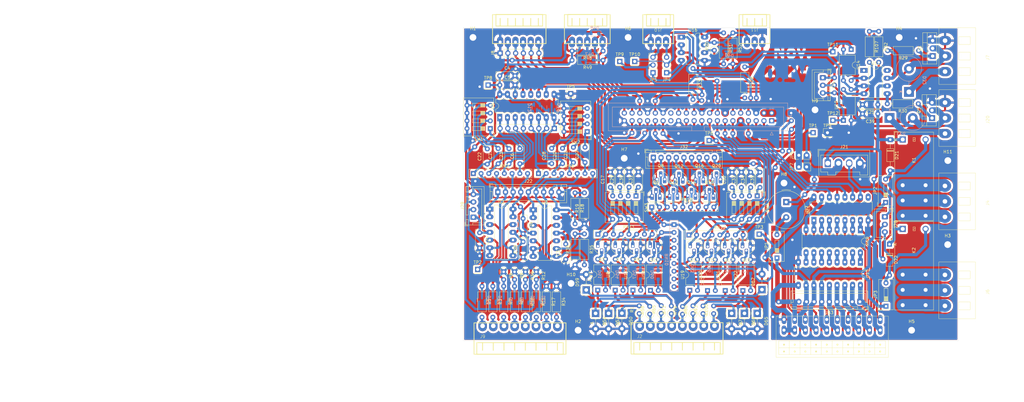
<source format=kicad_pcb>
(kicad_pcb
	(version 20240108)
	(generator "pcbnew")
	(generator_version "8.0")
	(general
		(thickness 1.6)
		(legacy_teardrops no)
	)
	(paper "A4")
	(layers
		(0 "F.Cu" signal)
		(1 "In1.Cu" signal)
		(2 "In2.Cu" signal)
		(31 "B.Cu" signal)
		(32 "B.Adhes" user "B.Adhesive")
		(33 "F.Adhes" user "F.Adhesive")
		(34 "B.Paste" user)
		(35 "F.Paste" user)
		(36 "B.SilkS" user "B.Silkscreen")
		(37 "F.SilkS" user "F.Silkscreen")
		(38 "B.Mask" user)
		(39 "F.Mask" user)
		(40 "Dwgs.User" user "User.Drawings")
		(41 "Cmts.User" user "User.Comments")
		(42 "Eco1.User" user "User.Eco1")
		(43 "Eco2.User" user "User.Eco2")
		(44 "Edge.Cuts" user)
		(45 "Margin" user)
		(46 "B.CrtYd" user "B.Courtyard")
		(47 "F.CrtYd" user "F.Courtyard")
		(48 "B.Fab" user)
		(49 "F.Fab" user)
		(50 "User.1" user)
		(51 "User.2" user)
		(52 "User.3" user)
		(53 "User.4" user)
		(54 "User.5" user)
		(55 "User.6" user)
		(56 "User.7" user)
		(57 "User.8" user)
		(58 "User.9" user)
	)
	(setup
		(stackup
			(layer "F.SilkS"
				(type "Top Silk Screen")
			)
			(layer "F.Paste"
				(type "Top Solder Paste")
			)
			(layer "F.Mask"
				(type "Top Solder Mask")
				(thickness 0.01)
			)
			(layer "F.Cu"
				(type "copper")
				(thickness 0.035)
			)
			(layer "dielectric 1"
				(type "prepreg")
				(thickness 0.1)
				(material "FR4")
				(epsilon_r 4.5)
				(loss_tangent 0.02)
			)
			(layer "In1.Cu"
				(type "copper")
				(thickness 0.035)
			)
			(layer "dielectric 2"
				(type "core")
				(thickness 1.24)
				(material "FR4")
				(epsilon_r 4.5)
				(loss_tangent 0.02)
			)
			(layer "In2.Cu"
				(type "copper")
				(thickness 0.035)
			)
			(layer "dielectric 3"
				(type "prepreg")
				(thickness 0.1)
				(material "FR4")
				(epsilon_r 4.5)
				(loss_tangent 0.02)
			)
			(layer "B.Cu"
				(type "copper")
				(thickness 0.035)
			)
			(layer "B.Mask"
				(type "Bottom Solder Mask")
				(thickness 0.01)
			)
			(layer "B.Paste"
				(type "Bottom Solder Paste")
			)
			(layer "B.SilkS"
				(type "Bottom Silk Screen")
				(color "Red")
			)
			(copper_finish "None")
			(dielectric_constraints no)
		)
		(pad_to_mask_clearance 0)
		(allow_soldermask_bridges_in_footprints no)
		(pcbplotparams
			(layerselection 0x0001000_fffffff9)
			(plot_on_all_layers_selection 0x0000000_00000000)
			(disableapertmacros no)
			(usegerberextensions no)
			(usegerberattributes no)
			(usegerberadvancedattributes yes)
			(creategerberjobfile yes)
			(dashed_line_dash_ratio 12.000000)
			(dashed_line_gap_ratio 3.000000)
			(svgprecision 4)
			(plotframeref no)
			(viasonmask no)
			(mode 1)
			(useauxorigin no)
			(hpglpennumber 1)
			(hpglpenspeed 20)
			(hpglpendiameter 15.000000)
			(pdf_front_fp_property_popups yes)
			(pdf_back_fp_property_popups yes)
			(dxfpolygonmode yes)
			(dxfimperialunits yes)
			(dxfusepcbnewfont yes)
			(psnegative no)
			(psa4output no)
			(plotreference no)
			(plotvalue no)
			(plotfptext no)
			(plotinvisibletext no)
			(sketchpadsonfab no)
			(subtractmaskfromsilk no)
			(outputformat 1)
			(mirror no)
			(drillshape 0)
			(scaleselection 1)
			(outputdirectory "export/")
		)
	)
	(net 0 "")
	(net 1 "+5V")
	(net 2 "/Buzzer")
	(net 3 "GND")
	(net 4 "+3V3")
	(net 5 "/ADC_CH3")
	(net 6 "/ADC_CH1")
	(net 7 "+12V")
	(net 8 "/Dig-IN_1")
	(net 9 "-5V")
	(net 10 "/ADC_CH5")
	(net 11 "/ADC_CH6")
	(net 12 "/ADC_CH0")
	(net 13 "/ADC_CH2")
	(net 14 "/ADC_CH7")
	(net 15 "/ADC_CH4")
	(net 16 "/Dig-IN_2")
	(net 17 "/Dig-IN_3")
	(net 18 "/Dig-IN_4")
	(net 19 "/Dig-IN_5")
	(net 20 "/Dig-IN_6")
	(net 21 "/Dig-IN_7")
	(net 22 "/Dig-IN_8")
	(net 23 "OUT_Digital_1_open-drain")
	(net 24 "Net-(U3C-+)")
	(net 25 "Net-(U3D-+)")
	(net 26 "IN_Analog_6 (0-20mA)")
	(net 27 "IN_Analog_7 (0-20mA)")
	(net 28 "Net-(U9B-+)")
	(net 29 "/OUT_PWM_1_diode")
	(net 30 "/OUT_PWM_2_diode")
	(net 31 "Net-(U9A-+)")
	(net 32 "OUT_Digital_2_open-drain")
	(net 33 "OUT_Digital_3_open-drain")
	(net 34 "OUT_Digital_4_open-drain")
	(net 35 "OUT_Digital_5_open-drain")
	(net 36 "Net-(U3A-+)")
	(net 37 "I2C_SDA")
	(net 38 "RS485_B")
	(net 39 "RS485_A")
	(net 40 "Net-(D50-A1)")
	(net 41 "Net-(D51-A)")
	(net 42 "Net-(D53-A1)")
	(net 43 "Net-(D54-A)")
	(net 44 "Net-(D56-A1)")
	(net 45 "Net-(D57-A)")
	(net 46 "Net-(D59-A1)")
	(net 47 "Net-(D60-A)")
	(net 48 "Net-(D62-A1)")
	(net 49 "Net-(D63-A)")
	(net 50 "Net-(D65-A1)")
	(net 51 "Net-(D66-A)")
	(net 52 "Net-(D68-A1)")
	(net 53 "Net-(D69-A)")
	(net 54 "Net-(D71-A1)")
	(net 55 "Net-(D72-A)")
	(net 56 "unconnected-(J1-ID_SD{slash}GPIO0-Pad27)")
	(net 57 "/SPI_CE0_ADC")
	(net 58 "Net-(J1-3V3-Pad1)")
	(net 59 "/SPI0_miso_ADC")
	(net 60 "/UART_DIR-T")
	(net 61 "/SPI0_mosi_ADC")
	(net 62 "/SPI0_sclk_ADC")
	(net 63 "/UART_TX")
	(net 64 "/SPI1_miso_FREE")
	(net 65 "/SR-OUT_latch")
	(net 66 "/SPI1_mosi_FREE")
	(net 67 "/SR-OUT_clock")
	(net 68 "/SR-OUT_data")
	(net 69 "unconnected-(J1-ID_SC{slash}GPIO1-Pad28)")
	(net 70 "/SPI1_CE_FREE")
	(net 71 "/UART_RX")
	(net 72 "/OUT_PWM_2")
	(net 73 "/SPI1_sclk_FREE")
	(net 74 "/OUT_PWM_1")
	(net 75 "IN_Digital_8")
	(net 76 "IN_Digital_5")
	(net 77 "IN_Digital_2")
	(net 78 "IN_Digital_3")
	(net 79 "IN_Digital_4")
	(net 80 "IN_Digital_6")
	(net 81 "IN_Digital_7")
	(net 82 "IN_Digital_1")
	(net 83 "OUT_Digital_8")
	(net 84 "OUT_Digital_7_open-drain")
	(net 85 "OUT_Digital_2")
	(net 86 "OUT_Digital_4")
	(net 87 "OUT_Digital_5")
	(net 88 "OUT_Digital_6")
	(net 89 "OUT_Digital_3")
	(net 90 "OUT_Digital_7")
	(net 91 "OUT_Digital_8_open-drain")
	(net 92 "OUT_Digital_1")
	(net 93 "OUT_Digital_6_open-drain")
	(net 94 "Net-(J4-Pin_1)")
	(net 95 "Net-(J4-Pin_2)")
	(net 96 "Net-(J4-Pin_3)")
	(net 97 "OUT_Digital_COM_open-drain")
	(net 98 "Net-(J6-Pin_1)")
	(net 99 "Net-(J6-Pin_3)")
	(net 100 "Net-(J6-Pin_2)")
	(net 101 "IN_Analog_1 (0-3.3V)")
	(net 102 "IN_Analog_5 (0-24V)")
	(net 103 "IN_Analog_4 (0-12V)")
	(net 104 "IN_Analog_2 (0-5V)")
	(net 105 "IN_Analog_0 (0-3.3V)")
	(net 106 "IN_Analog_3 (0-5V)")
	(net 107 "Net-(Q1-G)")
	(net 108 "Net-(Q2-G)")
	(net 109 "Net-(Q2-D)")
	(net 110 "Net-(Q5-G)")
	(net 111 "Net-(C17-Pad1)")
	(net 112 "Net-(Q7-G)")
	(net 113 "Net-(Q7-D)")
	(net 114 "Net-(C29-Pad1)")
	(net 115 "Net-(Q9-G)")
	(net 116 "Net-(C30-Pad1)")
	(net 117 "Net-(Q10-G)")
	(net 118 "Net-(Q11-D)")
	(net 119 "Net-(Q11-G)")
	(net 120 "Net-(C31-Pad1)")
	(net 121 "Net-(Q13-G)")
	(net 122 "Net-(Q13-D)")
	(net 123 "Net-(C32-Pad1)")
	(net 124 "Net-(Q15-D)")
	(net 125 "Net-(Q15-G)")
	(net 126 "Net-(C33-Pad1)")
	(net 127 "Net-(Q17-G)")
	(net 128 "Net-(Q17-D)")
	(net 129 "Net-(C34-Pad1)")
	(net 130 "Net-(Q19-D)")
	(net 131 "Net-(Q19-G)")
	(net 132 "Net-(C35-Pad1)")
	(net 133 "Net-(U9C--)")
	(net 134 "Net-(U12-~{OUTA})")
	(net 135 "Net-(U12-~{OUTB})")
	(net 136 "Net-(U12-INB)")
	(net 137 "Net-(R33-Pad1)")
	(net 138 "Net-(U9D--)")
	(net 139 "Net-(U12-INA)")
	(net 140 "Net-(R108-Pad1)")
	(net 141 "unconnected-(U2-QH'-Pad9)")
	(net 142 "unconnected-(U12-NC-Pad8)")
	(net 143 "unconnected-(U12-NC-Pad1)")
	(net 144 "Net-(U3B-+)")
	(net 145 "/LED_analog-CH6")
	(net 146 "/LED_analog-CH2")
	(net 147 "/LED_analog-CH7")
	(net 148 "/LED_analog-CH5")
	(net 149 "/LED_analog-CH0")
	(net 150 "/LED_analog-CH1")
	(net 151 "/LED_analog-CH3")
	(net 152 "/LED_analog-CH4")
	(net 153 "/LED_digital-out_2")
	(net 154 "/LED_digital-out_8")
	(net 155 "/LED_digital-out_6")
	(net 156 "/LED_digital-out_5")
	(net 157 "/LED_digital-out_4")
	(net 158 "/LED_digital-out_7")
	(net 159 "/LED_digital-out_1")
	(net 160 "/LED_digital-out_3")
	(net 161 "/LED_relay-1")
	(net 162 "/LED_PWM-1")
	(net 163 "/LED_PWM-2")
	(net 164 "/LED_relay-2")
	(net 165 "Net-(RN9-R2.2)")
	(net 166 "Net-(RN9-R8.2)")
	(net 167 "Net-(RN9-R7.2)")
	(net 168 "Net-(RN9-R5.2)")
	(net 169 "Net-(RN9-R1.2)")
	(net 170 "Net-(RN9-R6.2)")
	(net 171 "Net-(RN9-R3.2)")
	(net 172 "Net-(RN9-R4.2)")
	(net 173 "/DIP_EN-Filter-ADC3")
	(net 174 "/DIP_EN-Filter-ADC1")
	(net 175 "/DIP_EN-Filter-ADC5")
	(net 176 "/DIP_EN-Filter-ADC6")
	(net 177 "/DIP_EN-Filter-ADC0")
	(net 178 "/DIP_EN-Filter-ADC2")
	(net 179 "/DIP_EN-Filter-ADC7")
	(net 180 "/DIP_EN-Filter-ADC4")
	(net 181 "I2C_SCL")
	(net 182 "Net-(J10-Pin_2)")
	(net 183 "Net-(J10-Pin_1)")
	(net 184 "Net-(JP4-A)")
	(net 185 "Net-(JP5-A)")
	(net 186 "Net-(JP6-A)")
	(net 187 "+5VP")
	(net 188 "+3V3P")
	(footprint "Connector_JST:JST_XH_B9B-XH-A_1x09_P2.50mm_Vertical" (layer "F.Cu") (at 98.7044 69.9008))
	(footprint "Resistor_THT:R_Axial_DIN0207_L6.3mm_D2.5mm_P2.54mm_Vertical" (layer "F.Cu") (at 118.646 34.699 90))
	(footprint "Button_Switch_THT:SW_DIP_SPSTx04_Slide_9.78x12.34mm_W7.62mm_P2.54mm" (layer "F.Cu") (at 45.2845 60.36 180))
	(footprint "Package_TO_SOT_THT:TO-92_HandSolder" (layer "F.Cu") (at 98.2726 82.4186))
	(footprint "Package_DIP:DIP-4_W10.16mm" (layer "F.Cu") (at 160.932 57.706 90))
	(footprint "Button_Switch_THT:SW_DIP_SPSTx01_Slide_9.78x4.72mm_W7.62mm_P2.54mm" (layer "F.Cu") (at 139.161 102.7965 90))
	(footprint "Relay_THT:Relay_SPDT_Omron_G2RL-1-E" (layer "F.Cu") (at 180.34 63.947))
	(footprint "Resistor_THT:R_Axial_DIN0207_L6.3mm_D2.5mm_P10.16mm_Horizontal" (layer "F.Cu") (at 66.957 112.0587 -90))
	(footprint "Package_DIP:DIP-8_W7.62mm_LongPads" (layer "F.Cu") (at 107.851 30.381))
	(footprint "Diode_THT:D_DO-15_P5.08mm_Vertical_AnodeUp" (layer "F.Cu") (at 76.708 113.284 90))
	(footprint "custom-footprints1:WAGO 713-1430 MINI HD Stiftleiste gewinkelt 2x10-polig, RM 3,5" (layer "F.Cu") (at 157.223 127.461))
	(footprint "Resistor_THT:R_Array_SIP8" (layer "F.Cu") (at 80.536 95.01305))
	(footprint "Resistor_THT:R_Axial_DIN0207_L6.3mm_D2.5mm_P10.16mm_Horizontal" (layer "F.Cu") (at 60.353 112.0587 -90))
	(footprint "Capacitor_THT:C_Disc_D7.0mm_W2.5mm_P5.00mm" (layer "F.Cu") (at 41.811 94.516 -90))
	(footprint "Package_DIP:DIP-4_W10.16mm" (layer "F.Cu") (at 86.2052 113.37185 90))
	(footprint "Capacitor_THT:C_Disc_D7.0mm_W2.5mm_P5.00mm" (layer "F.Cu") (at 47.867 71.899685 90))
	(footprint "Capacitor_THT:C_Disc_D7.0mm_W2.5mm_P5.00mm" (layer "F.Cu") (at 124.46 79.66335 90))
	(footprint "Capacitor_THT:C_Disc_D7.0mm_W2.5mm_P5.00mm" (layer "F.Cu") (at 93.7722 79.58085 90))
	(footprint "custom-footprints1:MountingHole_2.2mm_NPTH-with-pad" (layer "F.Cu") (at 195.1228 70.866))
	(footprint "custom-footprints1:MountingHole_2.2mm_NPTH-with-pad" (layer "F.Cu") (at 141.478 78.232))
	(footprint "Capacitor_THT:C_Disc_D7.0mm_W2.5mm_P5.00mm" (layer "F.Cu") (at 87.6762 79.58085 90))
	(footprint "Resistor_THT:R_Axial_DIN0207_L6.3mm_D2.5mm_P2.54mm_Vertical" (layer "F.Cu") (at 108.2574 121.2404 90))
	(footprint "Package_DIP:DIP-4_W10.16mm" (layer "F.Cu") (at 116.4412 113.47785 90))
	(footprint "Capacitor_THT:C_Disc_D7.0mm_W2.5mm_P5.00mm" (layer "F.Cu") (at 68.949 71.842 90))
	(footprint "Package_TO_SOT_THT:TO-92_HandSolder" (layer "F.Cu") (at 100.203 98.933 180))
	(footprint "Connector_JST:JST_XH_B4B-XH-A_1x04_P2.50mm_Vertical" (layer "F.Cu") (at 39.762 89.436 90))
	(footprint "Resistor_THT:R_Axial_DIN0207_L6.3mm_D2.5mm_P2.54mm_Vertical" (layer "F.Cu") (at 114.963 121.059 90))
	(footprint "Resistor_THT:R_Axial_DIN0207_L6.3mm_D2.5mm_P10.16mm_Horizontal" (layer "F.Cu") (at 185.448 52.225 180))
	(footprint "Resistor_THT:R_Axial_DIN0207_L6.3mm_D2.5mm_P10.16mm_Horizontal"
		(layer "F.Cu")
		(uuid "22560aed-cde0-4746-90bf-93e3d8c73d7b")
		(at 172.494 28.476 -90)
		(descr "Resistor, Axial_DIN0207 series, Axial, Horizontal, pin pitch=10.16mm, 0.25W = 1/4W, length*diameter=6.3*2.5mm^2, http://cdn-reichelt.de/documents/datenblatt/B400/1_4W%23YAG.pdf")
		(tags "Resistor Axial_DIN0207 series Axial Horizontal pin pitch 10.16mm 0.25W = 1/4W length 6.3mm diameter 2.5mm")
		(property "Reference" "R32"
			(at 5.08 -2.37 90)
			(layer "F.SilkS")
			(uuid "0a01a3ed-965c-4ffe-9176-fb37f60e9999")
			(effects
				(font
					(size 1 1)
					(thickness 0.15)
				)
			)
		)
		(property "Value" "4k7"
			(at 5.08 2.37 90)
			(layer "F.Fab")
			(uuid "5b2ed4ef-926b-44bc-ad59-a57667214a5a")
			(effects
				(font
					(size 1 1)
					(thickness 0.15)
				)
			)
		)
		(property "Footprint" "Resistor_THT:R_Axial_DIN0207_L6.3mm_D2.5mm_P10.16mm_Horizontal"
			(at 0 0 -90)
			(unlocked yes)
			(layer "F.Fab")
			(hide yes)
			(uuid "35253505-32bd-47b2-88f9-4b24f79b28cf")
			(effects
				(font
					(size 1.27 1.27)
					(thickness 0.15)
				)
			)
		)
		(property "Datasheet" "sortiment"
			(at 0 0 -90)
			(unlocked yes)
			(layer "F.Fab")
			(hide yes)
			(uuid "76fb827a-4b59-4dc1-b911-01ce7afc9e03")
			(effects
				(font
					(size 1.27 1.27)
					(thickness 0.15)
				)
			)
		)
		(property "Description" "Resistor"
			(at 0 0 -90)
			(unlocked yes)
			(layer "F.Fab")
			(hide yes)
			(uuid "70d10f4c-c554-490e-88ec-fe182f610482")
			(effects
				(font
					(size 1.27 1.27)
					(thickness 0.15)
				)
			)
		)
		(property ki_fp_filters "R_*")
		(path "/c6fe806f-6933-468f-8f26-bbd8f04165ed")
		(sheetname "Root")
		(sheetfile "pi-interface-board_v1.0.kicad_sch")
		(attr through_hole)
		(fp_line
			(start 1.81 1.37)
			(end 8.35 1.37)
			(stroke
				(width 0.12)
				(type solid)
			)
			(layer "F.SilkS")
			(uuid "733bcede-81b0-4ea5-98b2-40d6d179fddc")
		)
		(fp_line
			(start 8.35 1.37)
			(end 8.35 -1.37)
			(stroke
				(width 0.12)
				(type solid)
			)
			(layer "F.SilkS")
			(uuid "8bbdb978-39c9-40d7-83c5-ce0367c2eb52")
		)
		(fp_line
			(start 1.04 0)
			(end 1.81 0)
			(stroke
	
... [2460598 chars truncated]
</source>
